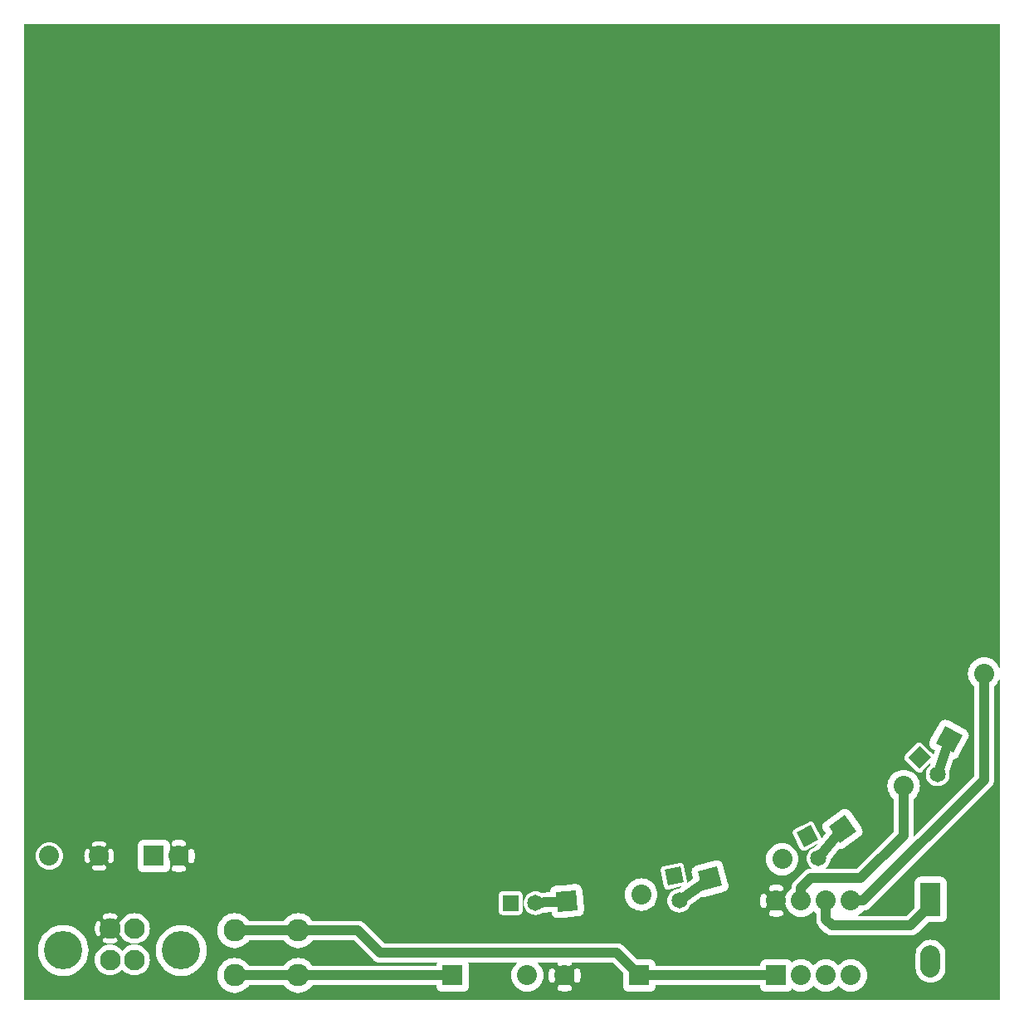
<source format=gbl>
G04 start of page 2 for group 10 layer_idx 1 *
G04 Title: (unknown), bottom_copper *
G04 Creator: pcb-rnd 3.1.4-dev *
G04 CreationDate: 2024-01-01 06:15:13 UTC *
G04 For: STEM4ukraine *
G04 Format: Gerber/RS-274X *
G04 PCB-Dimensions: 393701 393701 *
G04 PCB-Coordinate-Origin: lower left *
%MOIN*%
%FSLAX25Y25*%
%LNBOTTOM_COPPER_NONE_10*%
%ADD32C,0.0394*%
%ADD31C,0.0430*%
%ADD30C,0.0362*%
%ADD29C,0.0906*%
%ADD28C,0.0650*%
%ADD27C,0.0900*%
%ADD26C,0.0827*%
%ADD25C,0.1535*%
%ADD24C,0.0800*%
%ADD23C,0.0394*%
%ADD22C,0.0001*%
G54D22*G36*
X365285Y96440D02*X365000Y95574D01*
Y96135D01*
X365285Y96440D01*
G37*
G36*
X365227Y102116D02*X365522Y101855D01*
X365854Y101644D01*
X365944Y101605D01*
X366827Y101135D01*
X366262Y99415D01*
X366136Y99553D01*
X366090Y99589D01*
X365000Y100606D01*
Y102392D01*
X365227Y102116D01*
G37*
G36*
X392717Y392717D02*Y134038D01*
X392334Y134960D01*
X391800Y135833D01*
X391135Y136611D01*
X390357Y137275D01*
X389485Y137810D01*
X388540Y138201D01*
X387545Y138440D01*
X386525Y138520D01*
X385505Y138440D01*
X384510Y138201D01*
X383565Y137810D01*
X382693Y137275D01*
X381915Y136611D01*
X381250Y135833D01*
X380716Y134960D01*
X380324Y134015D01*
X380085Y133020D01*
X380005Y132000D01*
X380085Y130980D01*
X380324Y129985D01*
X380716Y129040D01*
X381250Y128168D01*
X381915Y127390D01*
X382557Y126842D01*
Y90870D01*
X365000Y73313D01*
Y87642D01*
X365029Y87617D01*
X365667Y87227D01*
X366358Y86940D01*
X367085Y86766D01*
X367830Y86707D01*
X368575Y86766D01*
X369302Y86940D01*
X369993Y87227D01*
X370631Y87617D01*
X371199Y88103D01*
X371685Y88671D01*
X372075Y89309D01*
X372361Y90000D01*
X372536Y90727D01*
X372580Y91472D01*
X372536Y92217D01*
X372416Y92717D01*
X374019Y97598D01*
X374051Y97595D01*
X374444Y97619D01*
X374828Y97704D01*
X375194Y97848D01*
X375533Y98048D01*
X375837Y98298D01*
X376098Y98593D01*
X376309Y98925D01*
X376348Y99015D01*
X380012Y105906D01*
X380065Y105988D01*
X380222Y106349D01*
X380222Y106349D01*
X380320Y106730D01*
X380358Y107122D01*
X380334Y107515D01*
X380249Y107899D01*
X380105Y108265D01*
X379905Y108604D01*
X379655Y108908D01*
X379360Y109168D01*
X379028Y109380D01*
X378938Y109419D01*
X372047Y113083D01*
X371964Y113136D01*
X371604Y113292D01*
X371603Y113293D01*
X371222Y113391D01*
X370831Y113429D01*
X370438Y113405D01*
X370054Y113320D01*
X369688Y113175D01*
X369349Y112976D01*
X369045Y112725D01*
X368784Y112431D01*
X368573Y112099D01*
X368534Y112009D01*
X365000Y105363D01*
Y392717D01*
X392717D01*
G37*
G36*
X371500Y47760D02*X371508Y47858D01*
X371477Y48250D01*
X371477Y48250D01*
X371385Y48633D01*
X371234Y48997D01*
X371029Y49332D01*
X370773Y49631D01*
X370474Y49887D01*
X370138Y50093D01*
X369775Y50243D01*
X369392Y50335D01*
X369000Y50366D01*
X368902Y50358D01*
X365000D01*
Y62088D01*
X388877Y85966D01*
X389340Y86361D01*
X389746Y86836D01*
X390072Y87368D01*
X390311Y87946D01*
X390457Y88553D01*
X390506Y89176D01*
X390504Y89201D01*
X390506Y89226D01*
X390494Y89381D01*
Y126842D01*
X391135Y127390D01*
X391800Y128168D01*
X392334Y129040D01*
X392717Y129963D01*
Y984D01*
X365000D01*
Y7840D01*
X365942Y7914D01*
X366860Y8134D01*
X367732Y8496D01*
X368538Y8989D01*
X369256Y9603D01*
X369869Y10321D01*
X370363Y11126D01*
X370724Y11999D01*
X370944Y12917D01*
X371000Y13858D01*
Y19016D01*
X370944Y19957D01*
X370724Y20876D01*
X370363Y21748D01*
X369869Y22553D01*
X369256Y23271D01*
X368538Y23885D01*
X367732Y24378D01*
X366860Y24740D01*
X365942Y24960D01*
X365000Y25034D01*
Y32158D01*
X368902D01*
X369000Y32150D01*
X369392Y32181D01*
X369775Y32273D01*
X370138Y32424D01*
X370474Y32629D01*
X370773Y32885D01*
X371029Y33184D01*
X371234Y33520D01*
X371385Y33883D01*
X371477Y34266D01*
X371508Y34658D01*
X371500Y34756D01*
Y47760D01*
G37*
G36*
X305346Y984D02*Y4201D01*
X306902D01*
X307000Y4193D01*
X307392Y4224D01*
X307392Y4224D01*
X307775Y4316D01*
X308138Y4466D01*
X308474Y4672D01*
X308773Y4928D01*
X309029Y5227D01*
X309157Y5435D01*
X309168Y5426D01*
X310040Y4891D01*
X310985Y4500D01*
X311980Y4261D01*
X313000Y4181D01*
X314020Y4261D01*
X315015Y4500D01*
X315960Y4891D01*
X316832Y5426D01*
X317610Y6090D01*
X318000Y6547D01*
X318390Y6090D01*
X319168Y5426D01*
X320040Y4891D01*
X320985Y4500D01*
X321980Y4261D01*
X323000Y4181D01*
X324020Y4261D01*
X325015Y4500D01*
X325960Y4891D01*
X326832Y5426D01*
X327610Y6090D01*
X328000Y6547D01*
X328390Y6090D01*
X329168Y5426D01*
X330040Y4891D01*
X330985Y4500D01*
X331980Y4261D01*
X333000Y4181D01*
X334020Y4261D01*
X335015Y4500D01*
X335960Y4891D01*
X336832Y5426D01*
X337610Y6090D01*
X338275Y6868D01*
X338809Y7741D01*
X339201Y8686D01*
X339440Y9681D01*
X339500Y10701D01*
X339440Y11721D01*
X339201Y12716D01*
X338809Y13661D01*
X338275Y14533D01*
X337610Y15311D01*
X336832Y15976D01*
X335960Y16510D01*
X335015Y16902D01*
X334020Y17141D01*
X333000Y17221D01*
X331980Y17141D01*
X330985Y16902D01*
X330040Y16510D01*
X329168Y15976D01*
X328390Y15311D01*
X328000Y14855D01*
X327610Y15311D01*
X326832Y15976D01*
X325960Y16510D01*
X325015Y16902D01*
X324020Y17141D01*
X323000Y17221D01*
X321980Y17141D01*
X320985Y16902D01*
X320040Y16510D01*
X319168Y15976D01*
X318390Y15311D01*
X318000Y14855D01*
X317610Y15311D01*
X316832Y15976D01*
X315960Y16510D01*
X315015Y16902D01*
X314020Y17141D01*
X313000Y17221D01*
X311980Y17141D01*
X310985Y16902D01*
X310040Y16510D01*
X309168Y15976D01*
X309157Y15966D01*
X309029Y16175D01*
X308773Y16474D01*
X308474Y16730D01*
X308138Y16935D01*
X307775Y17086D01*
X307392Y17178D01*
X307000Y17208D01*
X306902Y17201D01*
X305346D01*
Y34690D01*
X305483Y34806D01*
X305611Y34955D01*
X305715Y35123D01*
X305792Y35305D01*
X305839Y35497D01*
X305855Y35694D01*
X305841Y35890D01*
X305796Y36083D01*
X305721Y36265D01*
X305619Y36434D01*
X305491Y36585D01*
X305346Y36710D01*
Y44696D01*
X305489Y44820D01*
X305616Y44970D01*
X305718Y45138D01*
X305792Y45320D01*
X305837Y45512D01*
X305851Y45708D01*
X305835Y45904D01*
X305788Y46095D01*
X305712Y46277D01*
X305608Y46444D01*
X305480Y46593D01*
X305346Y46706D01*
Y50852D01*
X305356Y50851D01*
X306376Y50931D01*
X307371Y51170D01*
X308316Y51561D01*
X309188Y52096D01*
X309966Y52760D01*
X310631Y53538D01*
X311165Y54411D01*
X311557Y55356D01*
X311796Y56351D01*
X311856Y57371D01*
X311796Y58391D01*
X311557Y59386D01*
X311165Y60331D01*
X310631Y61203D01*
X309966Y61981D01*
X309188Y62646D01*
X308316Y63180D01*
X307371Y63572D01*
X306376Y63811D01*
X305356Y63891D01*
X305346Y63890D01*
Y392717D01*
X365000D01*
Y105363D01*
X364870Y105118D01*
X364817Y105035D01*
X364660Y104675D01*
X364660Y104674D01*
X364562Y104293D01*
X364524Y103902D01*
X364548Y103509D01*
X364633Y103125D01*
X364777Y102759D01*
X364977Y102420D01*
X365000Y102392D01*
Y100606D01*
X361422Y103942D01*
X361382Y103986D01*
X361198Y104133D01*
X361197Y104133D01*
X360992Y104249D01*
X360771Y104332D01*
X360586Y104369D01*
X360539Y104379D01*
X360529Y104379D01*
X360304Y104389D01*
X360069Y104362D01*
X359841Y104299D01*
X359627Y104201D01*
X359430Y104071D01*
X359256Y103911D01*
X359219Y103865D01*
X354866Y99197D01*
X354823Y99158D01*
X354676Y98973D01*
X354676Y98973D01*
X354559Y98767D01*
X354477Y98546D01*
X354439Y98362D01*
X354430Y98315D01*
X354429Y98305D01*
X354419Y98079D01*
X354446Y97844D01*
X354509Y97617D01*
X354607Y97402D01*
X354737Y97205D01*
X354897Y97031D01*
X354943Y96994D01*
X359611Y92642D01*
X359651Y92598D01*
X359835Y92451D01*
X359835Y92451D01*
X360041Y92335D01*
X360262Y92252D01*
X360446Y92215D01*
X360493Y92205D01*
X360504Y92205D01*
X360729Y92195D01*
X360964Y92222D01*
X361191Y92285D01*
X361406Y92383D01*
X361603Y92513D01*
X361777Y92672D01*
X361814Y92718D01*
X365000Y96135D01*
Y95574D01*
X364876Y95195D01*
X364461Y94841D01*
X363975Y94272D01*
X363585Y93635D01*
X363299Y92944D01*
X363124Y92217D01*
X363065Y91472D01*
X363124Y90727D01*
X363299Y90000D01*
X363585Y89309D01*
X363975Y88671D01*
X364461Y88103D01*
X365000Y87642D01*
Y73313D01*
X358145Y66458D01*
X358180Y66900D01*
X358167Y67055D01*
Y81596D01*
X358809Y82144D01*
X359474Y82922D01*
X360008Y83794D01*
X360400Y84739D01*
X360639Y85734D01*
X360699Y86754D01*
X360639Y87774D01*
X360400Y88769D01*
X360008Y89714D01*
X359474Y90587D01*
X358809Y91365D01*
X358031Y92029D01*
X357159Y92564D01*
X356214Y92955D01*
X355219Y93194D01*
X354199Y93274D01*
X353179Y93194D01*
X352184Y92955D01*
X351239Y92564D01*
X350366Y92029D01*
X349588Y91365D01*
X348924Y90587D01*
X348389Y89714D01*
X347998Y88769D01*
X347759Y87774D01*
X347679Y86754D01*
X347759Y85734D01*
X347998Y84739D01*
X348389Y83794D01*
X348924Y82922D01*
X349588Y82144D01*
X350230Y81596D01*
Y68543D01*
X335356Y53669D01*
X322419D01*
X322787Y53895D01*
X323356Y54381D01*
X323841Y54949D01*
X324232Y55587D01*
X324518Y56277D01*
X324692Y57004D01*
X324707Y57256D01*
X328185Y61512D01*
X328206Y61506D01*
X328244Y61503D01*
X328598Y61469D01*
X328991Y61493D01*
X329375Y61578D01*
X329741Y61722D01*
X330080Y61922D01*
X330156Y61984D01*
X336549Y66460D01*
X336634Y66510D01*
X336937Y66761D01*
X336937Y66761D01*
X337198Y67055D01*
X337409Y67387D01*
X337566Y67748D01*
X337639Y68031D01*
X337665Y68129D01*
X337668Y68167D01*
X337702Y68521D01*
X337678Y68914D01*
X337593Y69298D01*
X337449Y69664D01*
X337249Y70003D01*
X337187Y70079D01*
X332711Y76471D01*
X332661Y76556D01*
X332411Y76860D01*
X332410Y76860D01*
X332116Y77121D01*
X331784Y77332D01*
X331423Y77489D01*
X331141Y77562D01*
X331042Y77587D01*
X331004Y77591D01*
X330650Y77625D01*
X330258Y77601D01*
X329873Y77516D01*
X329507Y77372D01*
X329168Y77172D01*
X329092Y77109D01*
X322700Y72633D01*
X322615Y72583D01*
X322311Y72333D01*
X322311Y72333D01*
X322051Y72038D01*
X321839Y71706D01*
X321682Y71346D01*
X321609Y71063D01*
X321584Y70965D01*
X321580Y70927D01*
X321546Y70573D01*
X321570Y70180D01*
X321655Y69796D01*
X321799Y69430D01*
X321999Y69091D01*
X322062Y69015D01*
X322986Y67694D01*
X321274Y65599D01*
X321249Y65704D01*
X321158Y65923D01*
X321128Y65973D01*
X318230Y71660D01*
X318208Y71714D01*
X318084Y71915D01*
X318084Y71915D01*
X317931Y72095D01*
X317751Y72248D01*
X317550Y72372D01*
X317332Y72462D01*
X317102Y72517D01*
X316867Y72536D01*
X316632Y72517D01*
X316402Y72462D01*
X316184Y72372D01*
X316133Y72341D01*
X310447Y69443D01*
X310392Y69421D01*
X310191Y69297D01*
X310191Y69297D01*
X310011Y69144D01*
X309858Y68964D01*
X309735Y68763D01*
X309644Y68545D01*
X309589Y68315D01*
X309571Y68080D01*
X309589Y67845D01*
X309644Y67615D01*
X309735Y67397D01*
X309766Y67347D01*
X312663Y61660D01*
X312686Y61605D01*
X312809Y61404D01*
X312809Y61404D01*
X312962Y61225D01*
X313142Y61071D01*
X313343Y60948D01*
X313561Y60858D01*
X313791Y60802D01*
X314026Y60784D01*
X314262Y60802D01*
X314491Y60858D01*
X314709Y60948D01*
X314760Y60979D01*
X319454Y63371D01*
X318576Y62296D01*
X318514Y62281D01*
X317823Y61995D01*
X317186Y61604D01*
X316617Y61119D01*
X316132Y60550D01*
X315741Y59913D01*
X315455Y59222D01*
X315280Y58495D01*
X315222Y57750D01*
X315280Y57004D01*
X315455Y56277D01*
X315741Y55587D01*
X316132Y54949D01*
X316617Y54381D01*
X317186Y53895D01*
X317554Y53669D01*
X317155D01*
X317000Y53682D01*
X316377Y53633D01*
X315770Y53487D01*
X315193Y53248D01*
X314660Y52921D01*
X314660Y52921D01*
X314185Y52516D01*
X314084Y52397D01*
X310304Y48617D01*
X310185Y48516D01*
X309780Y48041D01*
X309453Y47508D01*
X309214Y46931D01*
X309068Y46324D01*
X309068Y46323D01*
X309032Y45860D01*
X308390Y45311D01*
X307725Y44533D01*
X307191Y43661D01*
X306799Y42716D01*
X306560Y41721D01*
X306480Y40701D01*
X306560Y39681D01*
X306799Y38686D01*
X307191Y37741D01*
X307725Y36868D01*
X308390Y36090D01*
X309168Y35426D01*
X310040Y34891D01*
X310985Y34500D01*
X311980Y34261D01*
X313000Y34181D01*
X314020Y34261D01*
X315015Y34500D01*
X315960Y34891D01*
X316832Y35426D01*
X317610Y36090D01*
X318000Y36547D01*
X318390Y36090D01*
X319031Y35542D01*
Y33356D01*
X319019Y33201D01*
X319068Y32578D01*
X319214Y31971D01*
X319453Y31394D01*
X319780Y30861D01*
X319780Y30861D01*
X320185Y30386D01*
X320304Y30285D01*
X322584Y28005D01*
X322685Y27886D01*
X323160Y27480D01*
X323160Y27480D01*
X323693Y27154D01*
X324270Y26915D01*
X324877Y26769D01*
X325500Y26720D01*
X325656Y26732D01*
X356844D01*
X357000Y26720D01*
X357623Y26769D01*
X358230Y26915D01*
X358807Y27154D01*
X359340Y27480D01*
X359815Y27886D01*
X359916Y28005D01*
X364070Y32158D01*
X365000D01*
Y25034D01*
X364058Y24960D01*
X363140Y24740D01*
X362268Y24378D01*
X361462Y23885D01*
X360744Y23271D01*
X360131Y22553D01*
X359637Y21748D01*
X359276Y20876D01*
X359056Y19957D01*
X359000Y19016D01*
Y13858D01*
X359056Y12917D01*
X359276Y11999D01*
X359637Y11126D01*
X360131Y10321D01*
X360744Y9603D01*
X361462Y8989D01*
X362268Y8496D01*
X363140Y8134D01*
X364058Y7914D01*
X365000Y7840D01*
Y984D01*
X305346D01*
G37*
G36*
X361098Y50358D02*X361000Y50366D01*
X360608Y50335D01*
X360225Y50243D01*
X359862Y50093D01*
X359526Y49887D01*
X359227Y49631D01*
X358971Y49332D01*
X358766Y48997D01*
X358615Y48633D01*
X358523Y48250D01*
X358492Y47858D01*
X358500Y47760D01*
Y37813D01*
X355356Y34669D01*
X335424D01*
X335960Y34891D01*
X336832Y35426D01*
X337610Y36090D01*
X338159Y36733D01*
X338623Y36769D01*
X338623Y36769D01*
X339230Y36915D01*
X339807Y37154D01*
X340340Y37480D01*
X340815Y37886D01*
X340916Y38005D01*
X365000Y62088D01*
Y50358D01*
X361098D01*
G37*
G36*
X299098Y17201D02*X299000Y17208D01*
X298608Y17178D01*
X298608Y17178D01*
X298225Y17086D01*
X297878Y16942D01*
Y37855D01*
X297993Y37845D01*
X298190Y37860D01*
X298382Y37905D01*
X298564Y37980D01*
X298733Y38082D01*
X298884Y38209D01*
X299013Y38359D01*
X299117Y38527D01*
X299193Y38709D01*
X299240Y38900D01*
X299257Y39097D01*
X299242Y39294D01*
X299193Y39485D01*
X299097Y39825D01*
X299035Y40172D01*
X299004Y40524D01*
Y40877D01*
X299035Y41229D01*
X299097Y41577D01*
X299190Y41918D01*
X299238Y42108D01*
X299253Y42305D01*
X299236Y42501D01*
X299190Y42692D01*
X299113Y42873D01*
X299010Y43040D01*
X298881Y43189D01*
X298731Y43316D01*
X298563Y43418D01*
X298381Y43493D01*
X298189Y43538D01*
X297993Y43552D01*
X297878Y43543D01*
Y392717D01*
X305346D01*
Y63890D01*
X304336Y63811D01*
X303341Y63572D01*
X302396Y63180D01*
X301523Y62646D01*
X300745Y61981D01*
X300081Y61203D01*
X299546Y60331D01*
X299155Y59386D01*
X298916Y58391D01*
X298836Y57371D01*
X298916Y56351D01*
X299155Y55356D01*
X299546Y54411D01*
X300081Y53538D01*
X300745Y52760D01*
X301523Y52096D01*
X302396Y51561D01*
X303341Y51170D01*
X304336Y50931D01*
X305346Y50852D01*
Y46706D01*
X305330Y46720D01*
X305161Y46822D01*
X304978Y46893D01*
X304425Y47049D01*
X303860Y47150D01*
X303287Y47201D01*
X302713D01*
X302140Y47150D01*
X301575Y47049D01*
X301020Y46899D01*
X300837Y46825D01*
X300668Y46723D01*
X300517Y46596D01*
X300389Y46446D01*
X300285Y46278D01*
X300208Y46096D01*
X300161Y45905D01*
X300145Y45708D01*
X300159Y45511D01*
X300204Y45319D01*
X300279Y45136D01*
X300381Y44968D01*
X300509Y44817D01*
X300658Y44688D01*
X300826Y44584D01*
X301008Y44508D01*
X301199Y44461D01*
X301396Y44444D01*
X301593Y44459D01*
X301784Y44507D01*
X302124Y44604D01*
X302471Y44666D01*
X302823Y44697D01*
X303177D01*
X303529Y44666D01*
X303876Y44604D01*
X304217Y44511D01*
X304408Y44462D01*
X304604Y44448D01*
X304800Y44464D01*
X304991Y44511D01*
X305172Y44587D01*
X305340Y44691D01*
X305346Y44696D01*
Y36710D01*
X305342Y36714D01*
X305174Y36818D01*
X304992Y36894D01*
X304801Y36941D01*
X304604Y36958D01*
X304407Y36943D01*
X304216Y36894D01*
X303876Y36798D01*
X303529Y36736D01*
X303177Y36705D01*
X302823D01*
X302471Y36736D01*
X302124Y36798D01*
X301783Y36890D01*
X301592Y36939D01*
X301396Y36954D01*
X301200Y36937D01*
X301009Y36890D01*
X300828Y36814D01*
X300660Y36710D01*
X300511Y36582D01*
X300384Y36432D01*
X300282Y36263D01*
X300208Y36081D01*
X300163Y35890D01*
X300149Y35694D01*
X300165Y35498D01*
X300212Y35306D01*
X300288Y35125D01*
X300392Y34958D01*
X300520Y34809D01*
X300670Y34682D01*
X300839Y34580D01*
X301022Y34509D01*
X301575Y34352D01*
X302140Y34251D01*
X302713Y34201D01*
X303287D01*
X303860Y34251D01*
X304425Y34352D01*
X304980Y34503D01*
X305163Y34576D01*
X305332Y34679D01*
X305346Y34690D01*
Y17201D01*
X299098D01*
G37*
G36*
X297862Y16935D02*X297526Y16730D01*
X297227Y16474D01*
X296971Y16175D01*
X296766Y15839D01*
X296615Y15476D01*
X296523Y15093D01*
X296492Y14701D01*
X296495Y14669D01*
X270188D01*
Y40302D01*
X272951Y42277D01*
X273028Y42254D01*
X273418Y42203D01*
X273812Y42213D01*
X274199Y42285D01*
X274291Y42318D01*
X281829Y44338D01*
X281926Y44356D01*
X282297Y44487D01*
X282297Y44487D01*
X282643Y44675D01*
X282955Y44914D01*
X283226Y45200D01*
X283449Y45524D01*
X283618Y45879D01*
X283730Y46256D01*
X283781Y46647D01*
X283771Y47040D01*
X283699Y47427D01*
X283666Y47520D01*
X281647Y55058D01*
X281629Y55154D01*
X281497Y55525D01*
X281497Y55525D01*
X281310Y55871D01*
X281070Y56183D01*
X280785Y56454D01*
X280460Y56677D01*
X280105Y56846D01*
X279728Y56958D01*
X279338Y57010D01*
X278944Y56999D01*
X278557Y56928D01*
X278465Y56895D01*
X270927Y54875D01*
X270830Y54857D01*
X270459Y54726D01*
X270459Y54726D01*
X270188Y54579D01*
Y392717D01*
X297878D01*
Y43543D01*
X297797Y43536D01*
X297606Y43489D01*
X297424Y43413D01*
X297257Y43309D01*
X297108Y43181D01*
X296981Y43030D01*
X296879Y42862D01*
X296808Y42679D01*
X296652Y42126D01*
X296551Y41560D01*
X296500Y40988D01*
Y40413D01*
X296551Y39841D01*
X296652Y39275D01*
X296802Y38721D01*
X296875Y38538D01*
X296978Y38369D01*
X297105Y38218D01*
X297255Y38089D01*
X297422Y37985D01*
X297604Y37909D01*
X297796Y37862D01*
X297878Y37855D01*
Y16942D01*
X297862Y16935D01*
G37*
G36*
X254505Y14669D02*X254508Y14701D01*
X254477Y15093D01*
X254477Y15093D01*
X254385Y15476D01*
X254234Y15839D01*
X254029Y16175D01*
X253773Y16474D01*
X253474Y16730D01*
X253138Y16935D01*
X252775Y17086D01*
X252392Y17178D01*
X252000Y17208D01*
X251902Y17201D01*
X248773D01*
Y36647D01*
X248783Y36646D01*
X249803Y36726D01*
X250798Y36965D01*
X251744Y37356D01*
X252616Y37891D01*
X253394Y38555D01*
X254058Y39333D01*
X254593Y40206D01*
X254984Y41151D01*
X255223Y42146D01*
X255283Y43166D01*
X255223Y44186D01*
X254984Y45181D01*
X254593Y46126D01*
X254058Y46998D01*
X253394Y47776D01*
X252616Y48441D01*
X251744Y48975D01*
X250798Y49367D01*
X249803Y49606D01*
X248783Y49686D01*
X248773Y49685D01*
Y392717D01*
X270188D01*
Y54579D01*
X270113Y54538D01*
X269801Y54298D01*
X269530Y54013D01*
X269307Y53689D01*
X269138Y53333D01*
X269026Y52956D01*
X268975Y52566D01*
X268985Y52173D01*
X269057Y51786D01*
X269090Y51693D01*
X269634Y49663D01*
X267306Y47998D01*
X267310Y48136D01*
X267279Y48370D01*
X267262Y48426D01*
X265935Y54669D01*
X265928Y54728D01*
X265861Y54954D01*
X265861Y54954D01*
X265759Y55167D01*
X265625Y55362D01*
X265463Y55533D01*
X265275Y55677D01*
X265068Y55789D01*
X264845Y55868D01*
X264613Y55911D01*
X264377Y55917D01*
X264143Y55886D01*
X264086Y55870D01*
X257843Y54543D01*
X257785Y54535D01*
X257559Y54468D01*
X257559Y54468D01*
X257346Y54366D01*
X257151Y54233D01*
X256980Y54070D01*
X256836Y53883D01*
X256723Y53675D01*
X256645Y53453D01*
X256601Y53221D01*
X256595Y52985D01*
X256626Y52750D01*
X256643Y52694D01*
X257970Y46451D01*
X257978Y46393D01*
X258045Y46166D01*
X258045Y46166D01*
X258146Y45953D01*
X258280Y45758D01*
X258443Y45587D01*
X258630Y45443D01*
X258837Y45331D01*
X259060Y45252D01*
X259292Y45209D01*
X259528Y45203D01*
X259762Y45234D01*
X259819Y45250D01*
X265004Y46353D01*
X263853Y45529D01*
X263286Y45485D01*
X262559Y45310D01*
X261869Y45024D01*
X261231Y44633D01*
X260663Y44148D01*
X260177Y43579D01*
X259786Y42942D01*
X259500Y42251D01*
X259326Y41524D01*
X259267Y40779D01*
X259326Y40033D01*
X259500Y39306D01*
X259786Y38615D01*
X260177Y37978D01*
X260663Y37409D01*
X261231Y36924D01*
X261869Y36533D01*
X262559Y36247D01*
X263286Y36073D01*
X264032Y36014D01*
X264777Y36073D01*
X265504Y36247D01*
X266195Y36533D01*
X266832Y36924D01*
X267401Y37409D01*
X267886Y37978D01*
X268277Y38615D01*
X268465Y39070D01*
X270188Y40302D01*
Y14669D01*
X254505D01*
G37*
G36*
X248773Y984D02*Y4201D01*
X251902D01*
X252000Y4193D01*
X252392Y4224D01*
X252392Y4224D01*
X252775Y4316D01*
X253138Y4466D01*
X253474Y4672D01*
X253773Y4928D01*
X254029Y5227D01*
X254234Y5562D01*
X254385Y5926D01*
X254477Y6308D01*
X254508Y6701D01*
X254505Y6732D01*
X296495D01*
X296492Y6701D01*
X296523Y6309D01*
X296523Y6308D01*
X296615Y5926D01*
X296766Y5562D01*
X296971Y5227D01*
X297227Y4928D01*
X297526Y4672D01*
X297862Y4466D01*
X298225Y4316D01*
X298608Y4224D01*
X299000Y4193D01*
X299098Y4201D01*
X305346D01*
Y984D01*
X248773D01*
G37*
G36*
X247112Y17201D02*X241916Y22397D01*
X241815Y22516D01*
X241340Y22921D01*
X240807Y23248D01*
X240230Y23487D01*
X239740Y23604D01*
X239623Y23633D01*
X239000Y23682D01*
X238844Y23669D01*
X223122D01*
Y34396D01*
X223351Y34416D01*
X223450Y34417D01*
X223838Y34482D01*
X223838Y34482D01*
X224211Y34607D01*
X224560Y34788D01*
X224876Y35022D01*
X225152Y35303D01*
X225381Y35623D01*
X225556Y35976D01*
X225674Y36351D01*
X225733Y36740D01*
X225729Y37134D01*
X225713Y37231D01*
X225033Y45005D01*
X225032Y45103D01*
X224967Y45491D01*
X224967Y45491D01*
X224842Y45864D01*
X224660Y46213D01*
X224426Y46530D01*
X224146Y46806D01*
X223825Y47034D01*
X223473Y47210D01*
X223122Y47321D01*
Y392717D01*
X248773D01*
Y49685D01*
X247764Y49606D01*
X246769Y49367D01*
X245823Y48975D01*
X244951Y48441D01*
X244173Y47776D01*
X243509Y46998D01*
X242974Y46126D01*
X242583Y45181D01*
X242344Y44186D01*
X242263Y43166D01*
X242344Y42146D01*
X242583Y41151D01*
X242974Y40206D01*
X243509Y39333D01*
X244173Y38555D01*
X244951Y37891D01*
X245823Y37356D01*
X246769Y36965D01*
X247764Y36726D01*
X248773Y36647D01*
Y17201D01*
X247112D01*
G37*
G36*
X223122Y984D02*Y7859D01*
X223203Y7866D01*
X223394Y7913D01*
X223576Y7989D01*
X223743Y8092D01*
X223892Y8221D01*
X224019Y8371D01*
X224121Y8539D01*
X224192Y8723D01*
X224348Y9275D01*
X224449Y9841D01*
X224500Y10413D01*
Y10988D01*
X224449Y11560D01*
X224348Y12126D01*
X224198Y12681D01*
X224125Y12864D01*
X224022Y13033D01*
X223895Y13183D01*
X223745Y13312D01*
X223578Y13416D01*
X223396Y13493D01*
X223204Y13540D01*
X223122Y13547D01*
Y15732D01*
X237356D01*
X241500Y11588D01*
Y6799D01*
X241492Y6701D01*
X241523Y6309D01*
X241523Y6308D01*
X241615Y5926D01*
X241766Y5562D01*
X241971Y5227D01*
X242227Y4928D01*
X242526Y4672D01*
X242862Y4466D01*
X243225Y4316D01*
X243608Y4224D01*
X244000Y4193D01*
X244098Y4201D01*
X248773D01*
Y984D01*
X223122D01*
G37*
G36*
X223098Y47328D02*X222709Y47386D01*
X222315Y47383D01*
X222218Y47367D01*
X218002Y46998D01*
Y392717D01*
X223122D01*
Y47321D01*
X223098Y47328D01*
G37*
G36*
X218002Y23669D02*Y33948D01*
X223122Y34396D01*
Y23669D01*
X218002D01*
G37*
G36*
Y984D02*Y4201D01*
X218287D01*
X218860Y4251D01*
X219425Y4352D01*
X219980Y4503D01*
X220163Y4576D01*
X220332Y4679D01*
X220483Y4806D01*
X220611Y4955D01*
X220715Y5123D01*
X220792Y5305D01*
X220839Y5497D01*
X220855Y5694D01*
X220841Y5890D01*
X220796Y6083D01*
X220721Y6265D01*
X220619Y6434D01*
X220491Y6585D01*
X220342Y6714D01*
X220174Y6818D01*
X219992Y6894D01*
X219801Y6941D01*
X219604Y6958D01*
X219407Y6943D01*
X219216Y6894D01*
X218876Y6798D01*
X218529Y6736D01*
X218177Y6705D01*
X218002D01*
Y14697D01*
X218177D01*
X218529Y14666D01*
X218876Y14604D01*
X219217Y14511D01*
X219408Y14462D01*
X219604Y14448D01*
X219800Y14464D01*
X219991Y14511D01*
X220172Y14587D01*
X220340Y14691D01*
X220489Y14820D01*
X220616Y14970D01*
X220718Y15138D01*
X220792Y15320D01*
X220837Y15512D01*
X220851Y15708D01*
X220849Y15732D01*
X223122D01*
Y13547D01*
X223007Y13556D01*
X222810Y13542D01*
X222618Y13497D01*
X222436Y13422D01*
X222267Y13320D01*
X222116Y13192D01*
X221987Y13043D01*
X221883Y12875D01*
X221807Y12693D01*
X221760Y12501D01*
X221743Y12305D01*
X221758Y12108D01*
X221807Y11917D01*
X221903Y11577D01*
X221965Y11229D01*
X221996Y10877D01*
Y10524D01*
X221965Y10172D01*
X221903Y9825D01*
X221810Y9484D01*
X221762Y9293D01*
X221747Y9097D01*
X221764Y8901D01*
X221810Y8710D01*
X221887Y8528D01*
X221990Y8361D01*
X222119Y8212D01*
X222269Y8085D01*
X222437Y7983D01*
X222619Y7909D01*
X222811Y7864D01*
X223007Y7849D01*
X223122Y7859D01*
Y984D01*
X218002D01*
G37*
G36*
X196299Y23669D02*Y35014D01*
X199490D01*
X199549Y35009D01*
X199784Y35028D01*
X199785Y35028D01*
X200014Y35083D01*
X200232Y35173D01*
X200434Y35297D01*
X200613Y35450D01*
X200766Y35629D01*
X200890Y35831D01*
X200980Y36049D01*
X201035Y36278D01*
X201054Y36514D01*
X201049Y36573D01*
Y42955D01*
X201054Y43014D01*
X201035Y43249D01*
X201035Y43249D01*
X200980Y43479D01*
X200890Y43697D01*
X200766Y43898D01*
X200613Y44078D01*
X200434Y44231D01*
X200232Y44354D01*
X200014Y44445D01*
X199785Y44500D01*
X199549Y44518D01*
X199490Y44514D01*
X196299D01*
Y392717D01*
X218002D01*
Y46998D01*
X214444Y46686D01*
X214346Y46686D01*
X213958Y46621D01*
X213958Y46621D01*
X213584Y46496D01*
X213235Y46314D01*
X212919Y46080D01*
X212643Y45799D01*
X212415Y45479D01*
X212239Y45127D01*
X212121Y44751D01*
X212063Y44362D01*
X212065Y44100D01*
X208661Y43888D01*
X208462Y44009D01*
X207772Y44295D01*
X207045Y44470D01*
X206299Y44528D01*
X205554Y44470D01*
X204827Y44295D01*
X204136Y44009D01*
X203499Y43618D01*
X202930Y43133D01*
X202445Y42564D01*
X202054Y41927D01*
X201768Y41236D01*
X201593Y40509D01*
X201535Y39764D01*
X201593Y39018D01*
X201768Y38291D01*
X202054Y37601D01*
X202445Y36963D01*
X202930Y36395D01*
X203499Y35909D01*
X204136Y35518D01*
X204827Y35232D01*
X205554Y35058D01*
X206299Y34999D01*
X207045Y35058D01*
X207772Y35232D01*
X208462Y35518D01*
X209100Y35909D01*
X209167Y35967D01*
X212754Y36191D01*
X212762Y36097D01*
X212763Y35999D01*
X212828Y35611D01*
X212828Y35611D01*
X212953Y35238D01*
X213135Y34889D01*
X213369Y34573D01*
X213650Y34297D01*
X213970Y34068D01*
X214322Y33893D01*
X214697Y33774D01*
X215087Y33716D01*
X215480Y33720D01*
X215577Y33736D01*
X218002Y33948D01*
Y23669D01*
X196299D01*
G37*
G36*
X212878Y984D02*Y7855D01*
X212993Y7845D01*
X213190Y7860D01*
X213382Y7905D01*
X213564Y7980D01*
X213733Y8082D01*
X213884Y8209D01*
X214013Y8359D01*
X214117Y8527D01*
X214193Y8709D01*
X214240Y8900D01*
X214257Y9097D01*
X214242Y9294D01*
X214193Y9485D01*
X214097Y9825D01*
X214035Y10172D01*
X214004Y10524D01*
Y10877D01*
X214035Y11229D01*
X214097Y11577D01*
X214190Y11918D01*
X214238Y12108D01*
X214253Y12305D01*
X214236Y12501D01*
X214190Y12692D01*
X214113Y12873D01*
X214010Y13040D01*
X213881Y13189D01*
X213731Y13316D01*
X213563Y13418D01*
X213381Y13493D01*
X213189Y13538D01*
X212993Y13552D01*
X212878Y13543D01*
Y15732D01*
X215147D01*
X215145Y15708D01*
X215159Y15511D01*
X215204Y15319D01*
X215279Y15136D01*
X215381Y14968D01*
X215509Y14817D01*
X215658Y14688D01*
X215826Y14584D01*
X216008Y14508D01*
X216199Y14461D01*
X216396Y14444D01*
X216593Y14459D01*
X216784Y14507D01*
X217124Y14604D01*
X217471Y14666D01*
X217823Y14697D01*
X218002D01*
Y6705D01*
X217823D01*
X217471Y6736D01*
X217124Y6798D01*
X216783Y6890D01*
X216592Y6939D01*
X216396Y6954D01*
X216200Y6937D01*
X216009Y6890D01*
X215828Y6814D01*
X215660Y6710D01*
X215511Y6582D01*
X215384Y6432D01*
X215282Y6263D01*
X215208Y6081D01*
X215163Y5890D01*
X215149Y5694D01*
X215165Y5498D01*
X215212Y5306D01*
X215288Y5125D01*
X215392Y4958D01*
X215520Y4809D01*
X215670Y4682D01*
X215839Y4580D01*
X216022Y4509D01*
X216575Y4352D01*
X217140Y4251D01*
X217713Y4201D01*
X218002D01*
Y984D01*
X212878D01*
G37*
G36*
X196299D02*Y15732D01*
X198883D01*
X198390Y15311D01*
X197725Y14533D01*
X197191Y13661D01*
X196799Y12716D01*
X196560Y11721D01*
X196480Y10701D01*
X196560Y9681D01*
X196799Y8686D01*
X197191Y7741D01*
X197725Y6868D01*
X198390Y6090D01*
X199168Y5426D01*
X200040Y4891D01*
X200985Y4500D01*
X201980Y4261D01*
X203000Y4181D01*
X204020Y4261D01*
X205015Y4500D01*
X205960Y4891D01*
X206832Y5426D01*
X207610Y6090D01*
X208275Y6868D01*
X208809Y7741D01*
X209201Y8686D01*
X209440Y9681D01*
X209500Y10701D01*
X209440Y11721D01*
X209201Y12716D01*
X208809Y13661D01*
X208275Y14533D01*
X207610Y15311D01*
X207117Y15732D01*
X212878D01*
Y13543D01*
X212797Y13536D01*
X212606Y13489D01*
X212424Y13413D01*
X212257Y13309D01*
X212108Y13181D01*
X211981Y13030D01*
X211879Y12862D01*
X211808Y12679D01*
X211652Y12126D01*
X211551Y11560D01*
X211500Y10988D01*
Y10413D01*
X211551Y9841D01*
X211652Y9275D01*
X211802Y8721D01*
X211875Y8538D01*
X211978Y8369D01*
X212105Y8218D01*
X212255Y8089D01*
X212422Y7985D01*
X212604Y7909D01*
X212796Y7862D01*
X212878Y7855D01*
Y984D01*
X196299D01*
G37*
G36*
X68122D02*Y11392D01*
X68635Y11605D01*
X70000Y12442D01*
X71219Y13482D01*
X72259Y14700D01*
X73096Y16066D01*
X73709Y17546D01*
X74083Y19104D01*
X74177Y20701D01*
X74083Y22298D01*
X73709Y23855D01*
X73096Y25335D01*
X72259Y26701D01*
X71219Y27919D01*
X70000Y28960D01*
X68635Y29797D01*
X68122Y30009D01*
Y55859D01*
X68203Y55866D01*
X68394Y55913D01*
X68576Y55989D01*
X68743Y56092D01*
X68892Y56221D01*
X69019Y56371D01*
X69121Y56539D01*
X69192Y56723D01*
X69348Y57275D01*
X69449Y57841D01*
X69500Y58413D01*
Y58988D01*
X69449Y59560D01*
X69348Y60126D01*
X69198Y60681D01*
X69125Y60864D01*
X69022Y61033D01*
X68895Y61183D01*
X68745Y61312D01*
X68578Y61416D01*
X68396Y61493D01*
X68204Y61540D01*
X68122Y61547D01*
Y392717D01*
X196299D01*
Y44514D01*
X193108D01*
X193049Y44518D01*
X192814Y44500D01*
X192814Y44500D01*
X192584Y44445D01*
X192366Y44354D01*
X192165Y44231D01*
X191985Y44078D01*
X191832Y43898D01*
X191709Y43697D01*
X191618Y43479D01*
X191563Y43249D01*
X191545Y43014D01*
X191549Y42955D01*
Y36573D01*
X191545Y36514D01*
X191563Y36279D01*
X191563Y36278D01*
X191618Y36049D01*
X191709Y35831D01*
X191832Y35629D01*
X191985Y35450D01*
X192165Y35297D01*
X192366Y35173D01*
X192584Y35083D01*
X192814Y35028D01*
X193049Y35009D01*
X193108Y35014D01*
X196299D01*
Y23669D01*
X145644D01*
X137916Y31397D01*
X137815Y31516D01*
X137340Y31921D01*
X136807Y32248D01*
X136230Y32487D01*
X135623Y32633D01*
X135623Y32633D01*
X135000Y32682D01*
X134845Y32669D01*
X116778D01*
X116681Y32828D01*
X115965Y33666D01*
X115127Y34381D01*
X114188Y34957D01*
X113170Y35379D01*
X112098Y35636D01*
X111000Y35722D01*
X109902Y35636D01*
X108830Y35379D01*
X107812Y34957D01*
X106873Y34381D01*
X106035Y33666D01*
X105319Y32828D01*
X105222Y32669D01*
X91187D01*
X91090Y32828D01*
X90374Y33666D01*
X89536Y34381D01*
X88597Y34957D01*
X87579Y35379D01*
X86507Y35636D01*
X85409Y35722D01*
X84311Y35636D01*
X83239Y35379D01*
X82221Y34957D01*
X81282Y34381D01*
X80444Y33666D01*
X79728Y32828D01*
X79153Y31889D01*
X78731Y30871D01*
X78474Y29799D01*
X78387Y28701D01*
X78474Y27602D01*
X78731Y26531D01*
X79153Y25513D01*
X79728Y24574D01*
X80444Y23736D01*
X81282Y23020D01*
X82221Y22445D01*
X83239Y22023D01*
X84311Y21766D01*
X85409Y21679D01*
X86507Y21766D01*
X87579Y22023D01*
X88597Y22445D01*
X89536Y23020D01*
X90374Y23736D01*
X91090Y24574D01*
X91187Y24732D01*
X105222D01*
X105319Y24574D01*
X106035Y23736D01*
X106873Y23020D01*
X107812Y22445D01*
X108830Y22023D01*
X109902Y21766D01*
X111000Y21679D01*
X112098Y21766D01*
X113170Y22023D01*
X114188Y22445D01*
X115127Y23020D01*
X115965Y23736D01*
X116681Y24574D01*
X116778Y24732D01*
X133356D01*
X141084Y17005D01*
X141185Y16886D01*
X141660Y16480D01*
X141660Y16480D01*
X142193Y16154D01*
X142770Y15915D01*
X143377Y15769D01*
X144000Y15720D01*
X144156Y15732D01*
X166721D01*
X166615Y15476D01*
X166523Y15093D01*
X166492Y14701D01*
X166495Y14669D01*
X116778D01*
X116681Y14828D01*
X115965Y15666D01*
X115127Y16381D01*
X114188Y16957D01*
X113170Y17379D01*
X112098Y17636D01*
X111000Y17722D01*
X109902Y17636D01*
X108830Y17379D01*
X107812Y16957D01*
X106873Y16381D01*
X106035Y15666D01*
X105319Y14828D01*
X105222Y14669D01*
X91187D01*
X91090Y14828D01*
X90374Y15666D01*
X89536Y16381D01*
X88597Y16957D01*
X87579Y17379D01*
X86507Y17636D01*
X85409Y17722D01*
X84311Y17636D01*
X83239Y17379D01*
X82221Y16957D01*
X81282Y16381D01*
X80444Y15666D01*
X79728Y14828D01*
X79153Y13889D01*
X78731Y12871D01*
X78474Y11799D01*
X78387Y10701D01*
X78474Y9602D01*
X78731Y8531D01*
X79153Y7513D01*
X79728Y6574D01*
X80444Y5736D01*
X81282Y5020D01*
X82221Y4445D01*
X83239Y4023D01*
X84311Y3766D01*
X85409Y3679D01*
X86507Y3766D01*
X87579Y4023D01*
X88597Y4445D01*
X89536Y5020D01*
X90374Y5736D01*
X91090Y6574D01*
X91187Y6732D01*
X105222D01*
X105319Y6574D01*
X106035Y5736D01*
X106873Y5020D01*
X107812Y4445D01*
X108830Y4023D01*
X109902Y3766D01*
X111000Y3679D01*
X112098Y3766D01*
X113170Y4023D01*
X114188Y4445D01*
X115127Y5020D01*
X115965Y5736D01*
X116681Y6574D01*
X116778Y6732D01*
X166495D01*
X166492Y6701D01*
X166523Y6309D01*
X166523Y6308D01*
X166615Y5926D01*
X166766Y5562D01*
X166971Y5227D01*
X167227Y4928D01*
X167526Y4672D01*
X167862Y4466D01*
X168225Y4316D01*
X168608Y4224D01*
X169000Y4193D01*
X169098Y4201D01*
X176902D01*
X177000Y4193D01*
X177392Y4224D01*
X177392Y4224D01*
X177775Y4316D01*
X178138Y4466D01*
X178474Y4672D01*
X178773Y4928D01*
X179029Y5227D01*
X179234Y5562D01*
X179385Y5926D01*
X179477Y6308D01*
X179508Y6701D01*
X179500Y6799D01*
Y14603D01*
X179508Y14701D01*
X179477Y15093D01*
X179477Y15093D01*
X179385Y15476D01*
X179279Y15732D01*
X196299D01*
Y984D01*
X68122D01*
G37*
G36*
X67155Y30410D02*X65597Y30784D01*
X64000Y30909D01*
X63002Y30831D01*
Y52201D01*
X63287D01*
X63860Y52251D01*
X64425Y52352D01*
X64980Y52503D01*
X65163Y52576D01*
X65332Y52679D01*
X65483Y52806D01*
X65611Y52955D01*
X65715Y53123D01*
X65792Y53305D01*
X65839Y53497D01*
X65855Y53694D01*
X65841Y53890D01*
X65796Y54083D01*
X65721Y54265D01*
X65619Y54434D01*
X65491Y54585D01*
X65342Y54714D01*
X65174Y54818D01*
X64992Y54894D01*
X64801Y54941D01*
X64604Y54958D01*
X64407Y54943D01*
X64216Y54894D01*
X63876Y54798D01*
X63529Y54736D01*
X63177Y54705D01*
X63002D01*
Y62697D01*
X63177D01*
X63529Y62666D01*
X63876Y62604D01*
X64217Y62511D01*
X64408Y62462D01*
X64604Y62448D01*
X64800Y62464D01*
X64991Y62511D01*
X65172Y62587D01*
X65340Y62691D01*
X65489Y62820D01*
X65616Y62970D01*
X65718Y63138D01*
X65792Y63320D01*
X65837Y63512D01*
X65851Y63708D01*
X65835Y63904D01*
X65788Y64095D01*
X65712Y64277D01*
X65608Y64444D01*
X65480Y64593D01*
X65330Y64720D01*
X65161Y64822D01*
X64978Y64893D01*
X64425Y65049D01*
X63860Y65150D01*
X63287Y65201D01*
X63002D01*
Y392717D01*
X68122D01*
Y61547D01*
X68007Y61556D01*
X67810Y61542D01*
X67618Y61497D01*
X67436Y61422D01*
X67267Y61320D01*
X67116Y61192D01*
X66987Y61043D01*
X66883Y60875D01*
X66807Y60693D01*
X66760Y60501D01*
X66743Y60305D01*
X66758Y60108D01*
X66807Y59917D01*
X66903Y59577D01*
X66965Y59229D01*
X66996Y58877D01*
Y58524D01*
X66965Y58172D01*
X66903Y57825D01*
X66810Y57484D01*
X66762Y57293D01*
X66747Y57097D01*
X66764Y56901D01*
X66810Y56710D01*
X66887Y56528D01*
X66990Y56361D01*
X67119Y56212D01*
X67269Y56085D01*
X67437Y55983D01*
X67619Y55909D01*
X67811Y55864D01*
X68007Y55849D01*
X68122Y55859D01*
Y30009D01*
X67155Y30410D01*
G37*
G36*
X63002Y984D02*Y10571D01*
X64000Y10492D01*
X65597Y10618D01*
X67155Y10992D01*
X68122Y11392D01*
Y984D01*
X63002D01*
G37*
G36*
X53000D02*Y52201D01*
X56902D01*
X57000Y52193D01*
X57392Y52224D01*
X57392Y52224D01*
X57775Y52316D01*
X58138Y52466D01*
X58474Y52672D01*
X58773Y52928D01*
X59029Y53227D01*
X59234Y53562D01*
X59385Y53926D01*
X59477Y54308D01*
X59508Y54701D01*
X59500Y54799D01*
Y62603D01*
X59508Y62701D01*
X59477Y63093D01*
X59477Y63093D01*
X59385Y63476D01*
X59234Y63839D01*
X59029Y64175D01*
X58773Y64474D01*
X58474Y64730D01*
X58138Y64935D01*
X57775Y65086D01*
X57392Y65178D01*
X57000Y65208D01*
X56902Y65201D01*
X53000D01*
Y392717D01*
X63002D01*
Y65201D01*
X62713D01*
X62140Y65150D01*
X61575Y65049D01*
X61020Y64899D01*
X60837Y64825D01*
X60668Y64723D01*
X60517Y64596D01*
X60389Y64446D01*
X60285Y64278D01*
X60208Y64096D01*
X60161Y63905D01*
X60145Y63708D01*
X60159Y63511D01*
X60204Y63319D01*
X60279Y63136D01*
X60381Y62968D01*
X60509Y62817D01*
X60658Y62688D01*
X60826Y62584D01*
X61008Y62508D01*
X61199Y62461D01*
X61396Y62444D01*
X61593Y62459D01*
X61784Y62507D01*
X62124Y62604D01*
X62471Y62666D01*
X62823Y62697D01*
X63002D01*
Y54705D01*
X62823D01*
X62471Y54736D01*
X62124Y54798D01*
X61783Y54890D01*
X61592Y54939D01*
X61396Y54954D01*
X61200Y54937D01*
X61009Y54890D01*
X60828Y54814D01*
X60660Y54710D01*
X60511Y54582D01*
X60384Y54432D01*
X60282Y54263D01*
X60208Y54081D01*
X60163Y53890D01*
X60149Y53694D01*
X60165Y53498D01*
X60212Y53306D01*
X60288Y53125D01*
X60392Y52958D01*
X60520Y52809D01*
X60670Y52682D01*
X60839Y52580D01*
X61022Y52509D01*
X61575Y52352D01*
X62140Y52251D01*
X62713Y52201D01*
X63002D01*
Y30831D01*
X62403Y30784D01*
X60845Y30410D01*
X59365Y29797D01*
X58000Y28960D01*
X56781Y27919D01*
X55741Y26701D01*
X54904Y25335D01*
X54291Y23855D01*
X53917Y22298D01*
X53791Y20701D01*
X53917Y19104D01*
X54291Y17546D01*
X54904Y16066D01*
X55741Y14700D01*
X56781Y13482D01*
X58000Y12442D01*
X59365Y11605D01*
X60845Y10992D01*
X62403Y10618D01*
X63002Y10571D01*
Y984D01*
X53000D01*
G37*
G36*
X45211D02*Y10809D01*
X45220Y10808D01*
X46183Y10884D01*
X47122Y11109D01*
X48014Y11478D01*
X48837Y11983D01*
X49571Y12610D01*
X50198Y13344D01*
X50703Y14167D01*
X51072Y15059D01*
X51298Y15998D01*
X51354Y16961D01*
X51298Y17923D01*
X51072Y18862D01*
X50703Y19754D01*
X50198Y20577D01*
X49571Y21311D01*
X48837Y21938D01*
X48014Y22443D01*
X47122Y22812D01*
X46183Y23038D01*
X45220Y23113D01*
X45211Y23113D01*
Y23407D01*
X45220Y23406D01*
X46183Y23482D01*
X47122Y23707D01*
X48014Y24077D01*
X48837Y24581D01*
X49571Y25208D01*
X50198Y25943D01*
X50703Y26766D01*
X51072Y27658D01*
X51298Y28597D01*
X51354Y29559D01*
X51298Y30522D01*
X51072Y31460D01*
X50703Y32352D01*
X50198Y33176D01*
X49571Y33910D01*
X48837Y34537D01*
X48014Y35041D01*
X47122Y35411D01*
X46183Y35636D01*
X45220Y35712D01*
X45211Y35711D01*
Y392717D01*
X53000D01*
Y65201D01*
X49098D01*
X49000Y65208D01*
X48608Y65178D01*
X48608Y65178D01*
X48225Y65086D01*
X47862Y64935D01*
X47526Y64730D01*
X47227Y64474D01*
X46971Y64175D01*
X46766Y63839D01*
X46615Y63476D01*
X46523Y63093D01*
X46492Y62701D01*
X46500Y62603D01*
Y54799D01*
X46492Y54701D01*
X46523Y54309D01*
X46523Y54308D01*
X46615Y53926D01*
X46766Y53562D01*
X46971Y53227D01*
X47227Y52928D01*
X47526Y52672D01*
X47862Y52466D01*
X48225Y52316D01*
X48608Y52224D01*
X49000Y52193D01*
X49098Y52201D01*
X53000D01*
Y984D01*
X45211D01*
G37*
G36*
X44258Y23038D02*X43319Y22812D01*
X42427Y22443D01*
X41604Y21938D01*
X40870Y21311D01*
X40299Y20643D01*
X39729Y21311D01*
X38994Y21938D01*
X38171Y22443D01*
X37279Y22812D01*
X36340Y23038D01*
X35380Y23113D01*
Y23425D01*
X35648D01*
X36186Y23473D01*
X36717Y23567D01*
X37238Y23708D01*
X37745Y23894D01*
X37886Y23965D01*
X38014Y24058D01*
X38125Y24170D01*
X38218Y24299D01*
X38289Y24440D01*
X38337Y24590D01*
X38362Y24746D01*
X38361Y24904D01*
X38336Y25060D01*
X38287Y25210D01*
X38214Y25351D01*
X38121Y25479D01*
X38009Y25590D01*
X37881Y25682D01*
X37740Y25754D01*
X37589Y25802D01*
X37433Y25826D01*
X37275Y25826D01*
X37119Y25801D01*
X36970Y25749D01*
X36631Y25620D01*
X36280Y25525D01*
X35922Y25461D01*
X35560Y25429D01*
X35380D01*
Y33689D01*
X35560D01*
X35922Y33657D01*
X36280Y33593D01*
X36631Y33499D01*
X36972Y33373D01*
X37120Y33321D01*
X37276Y33296D01*
X37433Y33296D01*
X37589Y33320D01*
X37738Y33368D01*
X37879Y33439D01*
X38006Y33531D01*
X38118Y33642D01*
X38211Y33769D01*
X38283Y33909D01*
X38332Y34059D01*
X38357Y34214D01*
X38358Y34372D01*
X38334Y34527D01*
X38285Y34677D01*
X38214Y34817D01*
X38122Y34945D01*
X38011Y35057D01*
X37884Y35150D01*
X37743Y35219D01*
X37238Y35410D01*
X36717Y35551D01*
X36186Y35645D01*
X35648Y35693D01*
X35380D01*
Y55852D01*
X35406Y55844D01*
X35562Y55821D01*
X35719Y55822D01*
X35875Y55848D01*
X36024Y55897D01*
X36164Y55970D01*
X36290Y56063D01*
X36401Y56175D01*
X36492Y56303D01*
X36560Y56445D01*
X36758Y56989D01*
X36896Y57550D01*
X36979Y58123D01*
X37007Y58701D01*
X36979Y59279D01*
X36896Y59851D01*
X36758Y60413D01*
X36566Y60959D01*
X36496Y61101D01*
X36404Y61229D01*
X36293Y61342D01*
X36166Y61436D01*
X36026Y61509D01*
X35876Y61559D01*
X35720Y61584D01*
X35562Y61586D01*
X35405Y61562D01*
X35380Y61554D01*
Y392717D01*
X45211D01*
Y35711D01*
X44258Y35636D01*
X43319Y35411D01*
X42427Y35041D01*
X41604Y34537D01*
X40870Y33910D01*
X40243Y33176D01*
X39830Y32502D01*
X39727Y32468D01*
X39586Y32396D01*
X39458Y32302D01*
X39347Y32190D01*
X39255Y32062D01*
X39183Y31921D01*
X39135Y31771D01*
X39111Y31614D01*
X39111Y31456D01*
X39136Y31300D01*
X39188Y31151D01*
X39254Y30980D01*
X39143Y30522D01*
X39068Y29559D01*
X39143Y28597D01*
X39254Y28135D01*
X39192Y27965D01*
X39140Y27817D01*
X39115Y27661D01*
X39115Y27504D01*
X39139Y27348D01*
X39187Y27199D01*
X39258Y27058D01*
X39350Y26931D01*
X39461Y26819D01*
X39588Y26726D01*
X39728Y26654D01*
X39827Y26622D01*
X40243Y25943D01*
X40870Y25208D01*
X41604Y24581D01*
X42427Y24077D01*
X43319Y23707D01*
X44258Y23482D01*
X45211Y23407D01*
Y23113D01*
X44258Y23038D01*
G37*
G36*
X35380Y984D02*Y10808D01*
X36340Y10884D01*
X37279Y11109D01*
X38171Y11478D01*
X38994Y11983D01*
X39729Y12610D01*
X40299Y13278D01*
X40870Y12610D01*
X41604Y11983D01*
X42427Y11478D01*
X43319Y11109D01*
X44258Y10884D01*
X45211Y10809D01*
Y984D01*
X35380D01*
G37*
G36*
Y392717D02*Y61554D01*
X35254Y61514D01*
X35113Y61443D01*
X34984Y61351D01*
X34872Y61240D01*
X34778Y61113D01*
X34705Y60973D01*
X34655Y60823D01*
X34629Y60667D01*
X34628Y60509D01*
X34652Y60352D01*
X34702Y60203D01*
X34834Y59841D01*
X34926Y59467D01*
X34981Y59086D01*
X35000Y58701D01*
X34981Y58316D01*
X34926Y57935D01*
X34834Y57561D01*
X34707Y57197D01*
X34656Y57048D01*
X34633Y56893D01*
X34634Y56735D01*
X34660Y56580D01*
X34709Y56431D01*
X34782Y56291D01*
X34875Y56164D01*
X34987Y56054D01*
X35115Y55962D01*
X35256Y55892D01*
X35380Y55852D01*
Y35693D01*
X35108D01*
X34570Y35645D01*
X34039Y35551D01*
X33517Y35410D01*
X33011Y35224D01*
X32870Y35153D01*
X32742Y35060D01*
X32631Y34948D01*
X32538Y34819D01*
X32467Y34678D01*
X32418Y34528D01*
X32394Y34372D01*
X32395Y34214D01*
X32420Y34058D01*
X32469Y33908D01*
X32541Y33767D01*
X32635Y33640D01*
X32747Y33528D01*
X32875Y33436D01*
X33016Y33364D01*
X33166Y33316D01*
X33323Y33292D01*
X33481Y33292D01*
X33637Y33317D01*
X33786Y33370D01*
X34125Y33499D01*
X34476Y33593D01*
X34834Y33657D01*
X35196Y33689D01*
X35380D01*
Y25429D01*
X35196D01*
X34834Y25461D01*
X34476Y25525D01*
X34125Y25620D01*
X33784Y25745D01*
X33636Y25797D01*
X33480Y25822D01*
X33323Y25822D01*
X33167Y25798D01*
X33018Y25750D01*
X32877Y25679D01*
X32749Y25587D01*
X32638Y25476D01*
X32545Y25349D01*
X32473Y25209D01*
X32424Y25059D01*
X32399Y24904D01*
X32398Y24747D01*
X32422Y24591D01*
X32471Y24441D01*
X32542Y24301D01*
X32634Y24173D01*
X32745Y24061D01*
X32872Y23969D01*
X33013Y23899D01*
X33517Y23708D01*
X34039Y23567D01*
X34570Y23473D01*
X35108Y23425D01*
X35380D01*
Y23113D01*
X35378Y23113D01*
X34415Y23038D01*
X33477Y22812D01*
X32585Y22443D01*
X31761Y21938D01*
X31027Y21311D01*
X30445Y20629D01*
Y26594D01*
X30565Y26575D01*
X30723Y26576D01*
X30879Y26601D01*
X31029Y26650D01*
X31170Y26723D01*
X31298Y26816D01*
X31409Y26928D01*
X31501Y27056D01*
X31573Y27197D01*
X31621Y27348D01*
X31645Y27504D01*
X31645Y27662D01*
X31620Y27818D01*
X31567Y27967D01*
X31438Y28306D01*
X31344Y28657D01*
X31280Y29015D01*
X31248Y29377D01*
Y29741D01*
X31280Y30103D01*
X31344Y30461D01*
X31438Y30812D01*
X31564Y31153D01*
X31616Y31301D01*
X31641Y31457D01*
X31641Y31614D01*
X31617Y31770D01*
X31569Y31919D01*
X31498Y32060D01*
X31406Y32188D01*
X31295Y32299D01*
X31168Y32392D01*
X31028Y32464D01*
X30878Y32513D01*
X30723Y32538D01*
X30565Y32539D01*
X30445Y32520D01*
Y52721D01*
X31000Y52694D01*
X31578Y52722D01*
X32150Y52805D01*
X32712Y52943D01*
X33258Y53134D01*
X33400Y53204D01*
X33529Y53296D01*
X33641Y53407D01*
X33735Y53535D01*
X33808Y53675D01*
X33858Y53825D01*
X33884Y53981D01*
X33885Y54139D01*
X33861Y54296D01*
X33813Y54446D01*
X33743Y54588D01*
X33651Y54716D01*
X33540Y54829D01*
X33412Y54923D01*
X33272Y54996D01*
X33122Y55046D01*
X32966Y55072D01*
X32808Y55073D01*
X32652Y55049D01*
X32502Y54998D01*
X32140Y54867D01*
X31766Y54775D01*
X31385Y54719D01*
X31000Y54701D01*
X30615Y54719D01*
X30445Y54744D01*
Y62657D01*
X30615Y62682D01*
X31000Y62701D01*
X31385Y62682D01*
X31766Y62627D01*
X32140Y62535D01*
X32504Y62407D01*
X32653Y62357D01*
X32808Y62334D01*
X32966Y62335D01*
X33121Y62360D01*
X33270Y62410D01*
X33410Y62483D01*
X33537Y62576D01*
X33647Y62688D01*
X33739Y62816D01*
X33809Y62957D01*
X33857Y63107D01*
X33880Y63263D01*
X33879Y63420D01*
X33853Y63575D01*
X33804Y63725D01*
X33731Y63864D01*
X33638Y63991D01*
X33525Y64102D01*
X33397Y64193D01*
X33256Y64261D01*
X32712Y64459D01*
X32150Y64597D01*
X31578Y64680D01*
X31000Y64708D01*
X30445Y64681D01*
Y392717D01*
X35380D01*
G37*
G36*
X30445Y984D02*Y13292D01*
X31027Y12610D01*
X31761Y11983D01*
X32585Y11478D01*
X33477Y11109D01*
X34415Y10884D01*
X35378Y10808D01*
X35380Y10808D01*
Y984D01*
X30445D01*
G37*
G36*
X26182D02*Y17245D01*
X26307Y17546D01*
X26681Y19104D01*
X26776Y20701D01*
X26681Y22298D01*
X26307Y23855D01*
X26182Y24157D01*
Y55833D01*
X26280Y55817D01*
X26438Y55816D01*
X26595Y55840D01*
X26746Y55887D01*
X26887Y55958D01*
X27016Y56050D01*
X27128Y56161D01*
X27222Y56288D01*
X27295Y56429D01*
X27345Y56579D01*
X27371Y56735D01*
X27372Y56893D01*
X27348Y57049D01*
X27298Y57199D01*
X27166Y57561D01*
X27074Y57935D01*
X27019Y58316D01*
X27000Y58701D01*
X27019Y59086D01*
X27074Y59467D01*
X27166Y59841D01*
X27293Y60204D01*
X27344Y60353D01*
X27367Y60509D01*
X27366Y60666D01*
X27340Y60822D01*
X27291Y60971D01*
X27218Y61111D01*
X27125Y61237D01*
X27013Y61348D01*
X26885Y61439D01*
X26744Y61510D01*
X26594Y61557D01*
X26438Y61581D01*
X26281Y61580D01*
X26182Y61564D01*
Y392717D01*
X30445D01*
Y64681D01*
X30422Y64680D01*
X29850Y64597D01*
X29288Y64459D01*
X28742Y64267D01*
X28600Y64197D01*
X28471Y64105D01*
X28359Y63994D01*
X28265Y63867D01*
X28192Y63726D01*
X28142Y63576D01*
X28116Y63420D01*
X28115Y63262D01*
X28139Y63106D01*
X28187Y62955D01*
X28257Y62814D01*
X28349Y62685D01*
X28460Y62573D01*
X28588Y62479D01*
X28728Y62406D01*
X28878Y62356D01*
X29034Y62330D01*
X29192Y62329D01*
X29348Y62352D01*
X29498Y62403D01*
X29860Y62535D01*
X30234Y62627D01*
X30445Y62657D01*
Y54744D01*
X30234Y54775D01*
X29860Y54867D01*
X29496Y54994D01*
X29347Y55045D01*
X29192Y55068D01*
X29034Y55067D01*
X28879Y55041D01*
X28730Y54991D01*
X28590Y54919D01*
X28463Y54826D01*
X28353Y54713D01*
X28261Y54585D01*
X28191Y54445D01*
X28143Y54295D01*
X28120Y54139D01*
X28121Y53982D01*
X28147Y53826D01*
X28196Y53677D01*
X28269Y53537D01*
X28362Y53411D01*
X28474Y53300D01*
X28603Y53208D01*
X28744Y53141D01*
X29288Y52943D01*
X29850Y52805D01*
X30422Y52722D01*
X30445Y52721D01*
Y32520D01*
X30410Y32515D01*
X30260Y32466D01*
X30120Y32395D01*
X29992Y32303D01*
X29880Y32192D01*
X29787Y32065D01*
X29718Y31924D01*
X29527Y31420D01*
X29386Y30898D01*
X29292Y30367D01*
X29244Y29829D01*
Y29289D01*
X29292Y28751D01*
X29386Y28220D01*
X29527Y27699D01*
X29713Y27192D01*
X29784Y27051D01*
X29877Y26923D01*
X29989Y26812D01*
X30118Y26719D01*
X30259Y26648D01*
X30409Y26600D01*
X30445Y26594D01*
Y20629D01*
X30400Y20577D01*
X29896Y19754D01*
X29526Y18862D01*
X29301Y17923D01*
X29225Y16961D01*
X29301Y15998D01*
X29526Y15059D01*
X29896Y14167D01*
X30400Y13344D01*
X30445Y13292D01*
Y984D01*
X26182D01*
G37*
G36*
X25694Y25335D02*X24857Y26701D01*
X23817Y27919D01*
X22599Y28960D01*
X21233Y29797D01*
X19753Y30410D01*
X18195Y30784D01*
X16598Y30909D01*
X16583Y30908D01*
Y392717D01*
X26182D01*
Y61564D01*
X26125Y61554D01*
X25976Y61504D01*
X25836Y61432D01*
X25710Y61338D01*
X25599Y61226D01*
X25508Y61098D01*
X25440Y60956D01*
X25242Y60413D01*
X25104Y59851D01*
X25021Y59279D01*
X24993Y58701D01*
X25021Y58123D01*
X25104Y57550D01*
X25242Y56989D01*
X25434Y56443D01*
X25504Y56301D01*
X25596Y56172D01*
X25707Y56060D01*
X25834Y55966D01*
X25974Y55893D01*
X26124Y55843D01*
X26182Y55833D01*
Y24157D01*
X25694Y25335D01*
G37*
G36*
X16583Y984D02*Y10493D01*
X16598Y10492D01*
X18195Y10618D01*
X19753Y10992D01*
X21233Y11605D01*
X22599Y12442D01*
X23817Y13482D01*
X24857Y14700D01*
X25694Y16066D01*
X26182Y17245D01*
Y984D01*
X16583D01*
G37*
G36*
Y392717D02*Y30908D01*
X15001Y30784D01*
X13444Y30410D01*
X11964Y29797D01*
X10992Y29201D01*
Y53184D01*
X11000Y53184D01*
X11863Y53252D01*
X12705Y53454D01*
X13505Y53785D01*
X14243Y54237D01*
X14901Y54800D01*
X15463Y55458D01*
X15916Y56196D01*
X16247Y56996D01*
X16449Y57838D01*
X16500Y58701D01*
X16449Y59564D01*
X16247Y60406D01*
X15916Y61205D01*
X15463Y61944D01*
X14901Y62602D01*
X14243Y63164D01*
X13505Y63616D01*
X12705Y63948D01*
X11863Y64150D01*
X11000Y64218D01*
X10992Y64217D01*
Y392717D01*
X16583D01*
G37*
G36*
X10992Y984D02*Y12201D01*
X11964Y11605D01*
X13444Y10992D01*
X15001Y10618D01*
X16583Y10493D01*
Y984D01*
X10992D01*
G37*
G36*
X984D02*Y392717D01*
X10992D01*
Y64217D01*
X10137Y64150D01*
X9295Y63948D01*
X8495Y63616D01*
X7757Y63164D01*
X7099Y62602D01*
X6537Y61944D01*
X6084Y61205D01*
X5753Y60406D01*
X5551Y59564D01*
X5483Y58701D01*
X5551Y57838D01*
X5753Y56996D01*
X6084Y56196D01*
X6537Y55458D01*
X7099Y54800D01*
X7757Y54237D01*
X8495Y53785D01*
X9295Y53454D01*
X10137Y53252D01*
X10992Y53184D01*
Y29201D01*
X10598Y28960D01*
X9380Y27919D01*
X8340Y26701D01*
X7503Y25335D01*
X6890Y23855D01*
X6516Y22298D01*
X6390Y20701D01*
X6516Y19104D01*
X6890Y17546D01*
X7503Y16066D01*
X8340Y14700D01*
X9380Y13482D01*
X10598Y12442D01*
X10992Y12201D01*
Y984D01*
X984D01*
G37*
G54D23*X264032Y40779D02*X276378Y49606D01*
X206299Y39764D02*X218898Y40551D01*
X303670Y57371D02*X305356D01*
X317000Y49701D02*X337000D01*
X317000D02*X313000Y45701D01*
Y40701D01*
X319986Y57750D02*X329624Y69547D01*
X372441Y105512D02*X367830Y91472D01*
X386525Y132000D02*Y89226D01*
X354199Y86754D02*Y66900D01*
X386525Y89176D02*X386475D01*
X337000Y49701D02*X354199Y66900D01*
X386525Y89226D02*X338000Y40701D01*
X325500Y30701D02*X323000Y33201D01*
X357000Y30701D02*X325500D01*
X85409Y10701D02*X174000D01*
X85409Y28701D02*X135000D01*
X144000Y19701D02*X239000D01*
X135000Y28701D02*X144000Y19701D01*
X323000Y33201D02*Y40701D01*
X303000Y10701D02*X246000D01*
X239000Y19701D02*X248000Y10701D01*
X365000Y38701D02*X357000Y30701D01*
X338000Y40701D02*X333000D01*
G54D22*G36*
X57000Y62701D02*Y54701D01*
X49000D01*
Y62701D01*
X57000D01*
G37*
G54D24*X63000Y58701D03*
G54D25*X16598Y20701D03*
G54D26*X35378Y29559D03*
Y16961D03*
G54D24*X31000Y58701D03*
X11000D03*
G54D25*X64000Y20701D03*
G54D26*X45220Y16961D03*
Y29559D03*
G54D22*G36*
X193049Y43014D02*X199549D01*
Y36514D01*
X193049D01*
Y43014D01*
G37*
G36*
X169000Y14701D02*X177000D01*
Y6701D01*
X169000D01*
Y14701D01*
G37*
G54D24*X203000Y10701D03*
X218000D03*
G54D27*X85409Y28701D03*
X111000D03*
X85409Y10701D03*
X111000D03*
G54D28*X206299Y39764D03*
G54D22*G36*
X214564Y44187D02*X222534Y44885D01*
X223231Y36915D01*
X215261Y36218D01*
X214564Y44187D01*
G37*
G36*
X264456Y54415D02*X265807Y48057D01*
X259449Y46705D01*
X258098Y53063D01*
X264456Y54415D01*
G37*
G36*
X271479Y52435D02*X279206Y54505D01*
X281277Y46778D01*
X273550Y44707D01*
X271479Y52435D01*
G37*
G54D28*X264032Y40779D03*
G54D24*X248783Y43166D03*
G54D22*G36*
X252000Y6701D02*X244000D01*
Y14701D01*
X252000D01*
Y6701D01*
G37*
G36*
X316867Y71031D02*X319818Y65239D01*
X314026Y62289D01*
X311075Y68080D01*
X316867Y71031D01*
G37*
G54D28*X319986Y57750D03*
G54D24*X305356Y57371D03*
X303000Y40701D03*
X313000D03*
X323000D03*
X333000D03*
G54D22*G36*
X360356Y102885D02*X365110Y98452D01*
X360677Y93698D01*
X355923Y98131D01*
X360356Y102885D01*
G37*
G54D28*X367830Y91472D03*
G54D22*G36*
X324053Y70529D02*X330607Y75118D01*
X335195Y68565D01*
X328642Y63976D01*
X324053Y70529D01*
G37*
G54D24*X354199Y86754D03*
G54D22*G36*
X367031Y103858D02*X370787Y110921D01*
X377851Y107166D01*
X374095Y100102D01*
X367031Y103858D01*
G37*
G54D24*X386525Y132000D03*
X365000Y19016D02*Y13858D01*
G54D22*G36*
X299000Y6701D02*Y14701D01*
X307000D01*
Y6701D01*
X299000D01*
G37*
G54D24*X313000Y10701D03*
X323000D03*
X333000D03*
G54D22*G36*
X369000Y47858D02*Y34658D01*
X361000D01*
Y47858D01*
X369000D01*
G37*
G54D23*G54D29*G54D30*G54D23*G54D29*G54D30*G54D31*G54D23*G54D32*G54D31*G54D23*G54D31*G54D23*G54D31*G54D23*G54D31*G54D23*G54D31*G54D23*M02*

</source>
